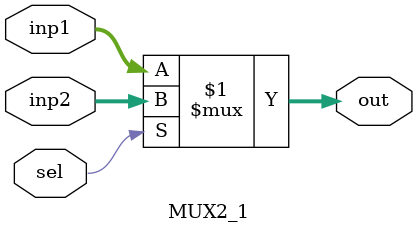
<source format=v>
`timescale 1ns / 1ps
module MUX2_1(
    inp1,inp2,sel,out
	 );
	 input [31:0] inp1;
	 input [31:0] inp2;
	 input sel;
	 output [31:0] out;
	 assign out = sel ? inp2 : inp1 ;

endmodule

</source>
